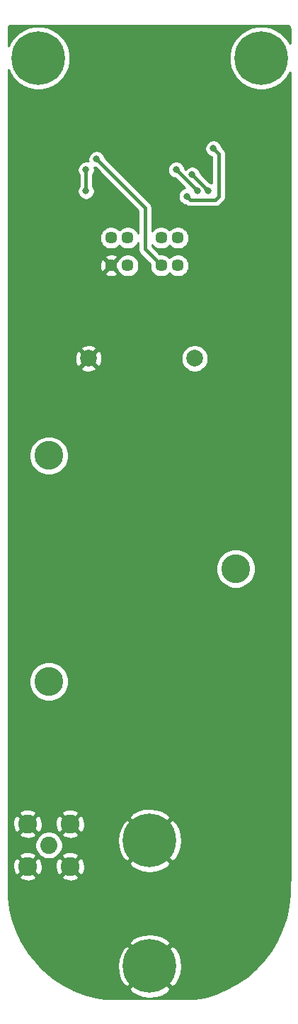
<source format=gbl>
%TF.GenerationSoftware,KiCad,Pcbnew,(5.1.10)-1*%
%TF.CreationDate,2022-05-18T17:56:24+01:00*%
%TF.ProjectId,handifinder,68616e64-6966-4696-9e64-65722e6b6963,rev?*%
%TF.SameCoordinates,Original*%
%TF.FileFunction,Copper,L2,Bot*%
%TF.FilePolarity,Positive*%
%FSLAX46Y46*%
G04 Gerber Fmt 4.6, Leading zero omitted, Abs format (unit mm)*
G04 Created by KiCad (PCBNEW (5.1.10)-1) date 2022-05-18 17:56:24*
%MOMM*%
%LPD*%
G01*
G04 APERTURE LIST*
%TA.AperFunction,WasherPad*%
%ADD10C,3.435000*%
%TD*%
%TA.AperFunction,ComponentPad*%
%ADD11C,2.000000*%
%TD*%
%TA.AperFunction,ComponentPad*%
%ADD12C,2.050000*%
%TD*%
%TA.AperFunction,ComponentPad*%
%ADD13C,2.250000*%
%TD*%
%TA.AperFunction,ComponentPad*%
%ADD14C,6.400000*%
%TD*%
%TA.AperFunction,ComponentPad*%
%ADD15C,0.800000*%
%TD*%
%TA.AperFunction,ComponentPad*%
%ADD16C,1.450000*%
%TD*%
%TA.AperFunction,ViaPad*%
%ADD17C,0.800000*%
%TD*%
%TA.AperFunction,Conductor*%
%ADD18C,0.381000*%
%TD*%
%TA.AperFunction,Conductor*%
%ADD19C,0.254000*%
%TD*%
%TA.AperFunction,Conductor*%
%ADD20C,0.100000*%
%TD*%
G04 APERTURE END LIST*
D10*
%TO.P,BT1,*%
%TO.N,*%
X157875000Y-108855000D03*
X135525000Y-122335000D03*
X135525000Y-95365000D03*
D11*
%TO.P,BT1,1*%
%TO.N,+BATT*%
X152965000Y-83765000D03*
%TO.P,BT1,2*%
%TO.N,GND*%
X140265000Y-83765000D03*
%TD*%
D12*
%TO.P,J1,1*%
%TO.N,Net-(C7-Pad2)*%
X135525000Y-141875000D03*
D13*
%TO.P,J1,2*%
%TO.N,GND*%
X138065000Y-144415000D03*
X138065000Y-139335000D03*
X132985000Y-139335000D03*
X132985000Y-144415000D03*
%TD*%
D14*
%TO.P,H1,1*%
%TO.N,/ANT1*%
X134255000Y-47895000D03*
D15*
X136655000Y-47895000D03*
X135952056Y-49592056D03*
X134255000Y-50295000D03*
X132557944Y-49592056D03*
X131855000Y-47895000D03*
X132557944Y-46197944D03*
X134255000Y-45495000D03*
X135952056Y-46197944D03*
%TD*%
%TO.P,H2,1*%
%TO.N,/ANT2*%
X162622056Y-46197944D03*
X160925000Y-45495000D03*
X159227944Y-46197944D03*
X158525000Y-47895000D03*
X159227944Y-49592056D03*
X160925000Y-50295000D03*
X162622056Y-49592056D03*
X163325000Y-47895000D03*
D14*
X160925000Y-47895000D03*
%TD*%
D16*
%TO.P,S1,8*%
%TO.N,GND*%
X142955000Y-72660000D03*
%TO.P,S1,7*%
%TO.N,Net-(S1-Pad6)*%
X144955000Y-72660000D03*
%TO.P,S1,6*%
X148955000Y-72660000D03*
%TO.P,S1,5*%
%TO.N,+BATT*%
X150955000Y-72660000D03*
%TO.P,S1,4*%
X142955000Y-69360000D03*
%TO.P,S1,3*%
%TO.N,+9V*%
X144955000Y-69360000D03*
%TO.P,S1,2*%
X148955000Y-69360000D03*
%TO.P,S1,1*%
%TO.N,+BATT*%
X150955000Y-69360000D03*
%TD*%
D15*
%TO.P,H3,1*%
%TO.N,GND*%
X145892944Y-154617944D03*
X145190000Y-156315000D03*
X145892944Y-158012056D03*
X147590000Y-158715000D03*
X149287056Y-158012056D03*
X149990000Y-156315000D03*
X149287056Y-154617944D03*
X147590000Y-153915000D03*
D14*
X147590000Y-156315000D03*
%TD*%
%TO.P,H4,1*%
%TO.N,GND*%
X147590000Y-141315000D03*
D15*
X147590000Y-138915000D03*
X149287056Y-139617944D03*
X149990000Y-141315000D03*
X149287056Y-143012056D03*
X147590000Y-143715000D03*
X145892944Y-143012056D03*
X145190000Y-141315000D03*
X145892944Y-139617944D03*
%TD*%
D17*
%TO.N,GND*%
X136825000Y-135782510D03*
X137039240Y-133776696D03*
X138207412Y-132141064D03*
X139584505Y-130652145D03*
X140746000Y-126836010D03*
X140746000Y-124805181D03*
X140746000Y-122774351D03*
X140746000Y-120743521D03*
X140746000Y-118712691D03*
X140746000Y-116681861D03*
X140746000Y-114651031D03*
X140746000Y-112620201D03*
X140746000Y-110589371D03*
X140746000Y-108558541D03*
X140746000Y-106527711D03*
X140746000Y-104496881D03*
X140746000Y-102466051D03*
X140746000Y-100435221D03*
X140746000Y-98404392D03*
X140746000Y-96373562D03*
X140746000Y-94342732D03*
X140746000Y-92311902D03*
X139117328Y-88764850D03*
X138300000Y-87024240D03*
X138300000Y-84993411D03*
X138300000Y-82962581D03*
X138300000Y-80931751D03*
X138300000Y-78900921D03*
X138617144Y-74864792D03*
X139289388Y-72951691D03*
X140307654Y-71198404D03*
X139784866Y-67831654D03*
X138439565Y-69350528D03*
X137334924Y-71052119D03*
X136500156Y-72901275D03*
X135713961Y-76870260D03*
X135700000Y-78900921D03*
X135700000Y-80931751D03*
X135700000Y-82962580D03*
X135700000Y-84993410D03*
X135700000Y-87024240D03*
X137270789Y-90595267D03*
X138146000Y-92311902D03*
X138146000Y-98404391D03*
X138146000Y-100435221D03*
X138146000Y-102466051D03*
X138146000Y-104496881D03*
X138146000Y-106527711D03*
X138146000Y-108558541D03*
X138146000Y-110589371D03*
X138146000Y-112620201D03*
X138146000Y-114651031D03*
X138146000Y-116681861D03*
X138146000Y-118712691D03*
X138146000Y-120743521D03*
X138146000Y-124805180D03*
X138146000Y-126836010D03*
X137693931Y-128789045D03*
X136360872Y-130310648D03*
X135074525Y-131873057D03*
X134225000Y-135782510D03*
X134366000Y-133604000D03*
X140462000Y-129032000D03*
X140462000Y-90170000D03*
X136144000Y-89154000D03*
X135890000Y-74930000D03*
X138430000Y-76708000D03*
X141732000Y-65786000D03*
X131064000Y-44450000D03*
X163830000Y-44450000D03*
X148082000Y-44450000D03*
X140970000Y-44450000D03*
X155194000Y-44450000D03*
X139700000Y-53594000D03*
X155194000Y-53594000D03*
X160274000Y-60960000D03*
X157480000Y-60960000D03*
X152908000Y-66802000D03*
X158750000Y-67818000D03*
X162814000Y-72136000D03*
X161544000Y-69342000D03*
X155194000Y-71628000D03*
X135128000Y-60960000D03*
X139700000Y-58166000D03*
X140716000Y-48768000D03*
X132080000Y-52324000D03*
X134874000Y-57658000D03*
X131572000Y-63500000D03*
X131826000Y-56642000D03*
X131572000Y-68326000D03*
X131318000Y-76454000D03*
X131572000Y-85344000D03*
X131572000Y-92456000D03*
X131572000Y-99568000D03*
X131318000Y-108204000D03*
X131318000Y-117856000D03*
X131318000Y-126492000D03*
X131318000Y-148336000D03*
X135128000Y-155956000D03*
X142240000Y-159512000D03*
X152908000Y-159512000D03*
X159258000Y-156464000D03*
X163830000Y-147828000D03*
X164084000Y-136906000D03*
X163830000Y-127508000D03*
X164084000Y-118364000D03*
X164084000Y-110490000D03*
X164084000Y-103124000D03*
X164084000Y-97028000D03*
X164084000Y-91186000D03*
X164084000Y-84328000D03*
X164084000Y-78232000D03*
X157734000Y-77978000D03*
X157734000Y-84328000D03*
X157988000Y-90932000D03*
X158242000Y-97028000D03*
X158242000Y-103124000D03*
X158496000Y-118110000D03*
X158750000Y-127508000D03*
X159004000Y-136652000D03*
X159258000Y-147574000D03*
X150876000Y-136652000D03*
X150876000Y-127254000D03*
X151384000Y-117856000D03*
X151384000Y-102870000D03*
X151384000Y-96774000D03*
X151638000Y-90678000D03*
X145288000Y-77724000D03*
X145796000Y-90424000D03*
X145796000Y-96774000D03*
X146050000Y-102870000D03*
X146050000Y-109982000D03*
X146304000Y-117602000D03*
X146304000Y-127254000D03*
X141986000Y-136652000D03*
X142240000Y-147828000D03*
X151638000Y-147828000D03*
X138938000Y-152400000D03*
X155702000Y-152146000D03*
X145542000Y-83820000D03*
X151130000Y-74930000D03*
X152908000Y-56134000D03*
X148082000Y-56642000D03*
%TO.N,+9V*%
X152035000Y-64405000D03*
X155210000Y-58690000D03*
%TO.N,Net-(R2-Pad2)*%
X153305000Y-63770000D03*
X150765000Y-61230000D03*
%TO.N,Net-(R3-Pad2)*%
X139970000Y-63770000D03*
X139970000Y-61230000D03*
%TO.N,Net-(S1-Pad6)*%
X141240000Y-59960000D03*
%TO.N,Net-(TP1-Pad1)*%
X152670000Y-61834500D03*
X154575000Y-63770000D03*
%TD*%
D18*
%TO.N,+9V*%
X155845000Y-59325000D02*
X155210000Y-58690000D01*
X155845000Y-64405000D02*
X155845000Y-59325000D01*
X155445001Y-64804999D02*
X155845000Y-64405000D01*
X152434999Y-64804999D02*
X155445001Y-64804999D01*
X152035000Y-64405000D02*
X152434999Y-64804999D01*
%TO.N,Net-(R2-Pad2)*%
X153305000Y-63770000D02*
X150765000Y-61230000D01*
%TO.N,Net-(R3-Pad2)*%
X139970000Y-63770000D02*
X139970000Y-61230000D01*
%TO.N,Net-(S1-Pad6)*%
X147020000Y-70725000D02*
X148955000Y-72660000D01*
X147020000Y-65740000D02*
X147020000Y-66245000D01*
X141240000Y-59960000D02*
X147020000Y-65740000D01*
X147020000Y-66245000D02*
X147020000Y-70725000D01*
%TO.N,Net-(TP1-Pad1)*%
X154272750Y-63467750D02*
X154575000Y-63770000D01*
X154272750Y-63437250D02*
X154272750Y-63467750D01*
X152670000Y-61834500D02*
X154272750Y-63437250D01*
%TD*%
D19*
%TO.N,GND*%
X164085424Y-43984580D02*
X164148356Y-44003580D01*
X164206405Y-44034445D01*
X164257343Y-44075989D01*
X164299248Y-44126644D01*
X164330515Y-44184471D01*
X164349956Y-44247272D01*
X164360000Y-44342835D01*
X164360000Y-46166485D01*
X164323533Y-46078446D01*
X163903839Y-45450330D01*
X163369670Y-44916161D01*
X162741554Y-44496467D01*
X162043628Y-44207377D01*
X161302715Y-44060000D01*
X160547285Y-44060000D01*
X159806372Y-44207377D01*
X159108446Y-44496467D01*
X158480330Y-44916161D01*
X157946161Y-45450330D01*
X157526467Y-46078446D01*
X157237377Y-46776372D01*
X157090000Y-47517285D01*
X157090000Y-48272715D01*
X157237377Y-49013628D01*
X157526467Y-49711554D01*
X157946161Y-50339670D01*
X158480330Y-50873839D01*
X159108446Y-51293533D01*
X159806372Y-51582623D01*
X160547285Y-51730000D01*
X161302715Y-51730000D01*
X162043628Y-51582623D01*
X162741554Y-51293533D01*
X163369670Y-50873839D01*
X163903839Y-50339670D01*
X164323533Y-49711554D01*
X164360000Y-49623515D01*
X164360001Y-137282572D01*
X164360000Y-137282582D01*
X164360001Y-146090992D01*
X164358956Y-146093200D01*
X164327332Y-146219303D01*
X164320918Y-146349153D01*
X164323105Y-146363926D01*
X164316907Y-147768512D01*
X164159843Y-149179261D01*
X163853751Y-150565348D01*
X163402106Y-151911050D01*
X162810020Y-153201134D01*
X162084187Y-154421012D01*
X161232841Y-155556844D01*
X160265622Y-156595775D01*
X159193472Y-157526046D01*
X158028541Y-158337117D01*
X156784017Y-159019808D01*
X155473994Y-159566384D01*
X154113310Y-159970657D01*
X152934566Y-160188000D01*
X142113565Y-160188000D01*
X141181127Y-160037814D01*
X139811635Y-159664447D01*
X138489573Y-159147667D01*
X138235875Y-159015881D01*
X145068724Y-159015881D01*
X145428912Y-159505548D01*
X146092882Y-159865849D01*
X146814385Y-160089694D01*
X147565695Y-160168480D01*
X148317938Y-160099178D01*
X149042208Y-159884452D01*
X149710670Y-159532555D01*
X149751088Y-159505548D01*
X150111276Y-159015881D01*
X147590000Y-156494605D01*
X145068724Y-159015881D01*
X138235875Y-159015881D01*
X137229918Y-158493328D01*
X136046918Y-157708833D01*
X134953985Y-156803072D01*
X134454850Y-156290695D01*
X143736520Y-156290695D01*
X143805822Y-157042938D01*
X144020548Y-157767208D01*
X144372445Y-158435670D01*
X144399452Y-158476088D01*
X144889119Y-158836276D01*
X147410395Y-156315000D01*
X147769605Y-156315000D01*
X150290881Y-158836276D01*
X150780548Y-158476088D01*
X151140849Y-157812118D01*
X151364694Y-157090615D01*
X151443480Y-156339305D01*
X151374178Y-155587062D01*
X151159452Y-154862792D01*
X150807555Y-154194330D01*
X150780548Y-154153912D01*
X150290881Y-153793724D01*
X147769605Y-156315000D01*
X147410395Y-156315000D01*
X144889119Y-153793724D01*
X144399452Y-154153912D01*
X144039151Y-154817882D01*
X143815306Y-155539385D01*
X143736520Y-156290695D01*
X134454850Y-156290695D01*
X133963487Y-155786298D01*
X133086653Y-154670038D01*
X132425559Y-153614119D01*
X145068724Y-153614119D01*
X147590000Y-156135395D01*
X150111276Y-153614119D01*
X149751088Y-153124452D01*
X149087118Y-152764151D01*
X148365615Y-152540306D01*
X147614305Y-152461520D01*
X146862062Y-152530822D01*
X146137792Y-152745548D01*
X145469330Y-153097445D01*
X145428912Y-153124452D01*
X145068724Y-153614119D01*
X132425559Y-153614119D01*
X132333391Y-153466906D01*
X131712250Y-152190553D01*
X131230254Y-150855413D01*
X130892865Y-149476618D01*
X130703326Y-148065482D01*
X130660386Y-146996378D01*
X130679054Y-146357021D01*
X130680000Y-146347419D01*
X130680000Y-146324632D01*
X130680665Y-146301857D01*
X130680000Y-146292234D01*
X130680000Y-145639531D01*
X131940074Y-145639531D01*
X132050921Y-145916714D01*
X132361840Y-146070089D01*
X132696705Y-146159860D01*
X133042650Y-146182576D01*
X133386380Y-146137366D01*
X133714685Y-146025966D01*
X133919079Y-145916714D01*
X134029926Y-145639531D01*
X137020074Y-145639531D01*
X137130921Y-145916714D01*
X137441840Y-146070089D01*
X137776705Y-146159860D01*
X138122650Y-146182576D01*
X138466380Y-146137366D01*
X138794685Y-146025966D01*
X138999079Y-145916714D01*
X139109926Y-145639531D01*
X138065000Y-144594605D01*
X137020074Y-145639531D01*
X134029926Y-145639531D01*
X132985000Y-144594605D01*
X131940074Y-145639531D01*
X130680000Y-145639531D01*
X130680000Y-144472650D01*
X131217424Y-144472650D01*
X131262634Y-144816380D01*
X131374034Y-145144685D01*
X131483286Y-145349079D01*
X131760469Y-145459926D01*
X132805395Y-144415000D01*
X133164605Y-144415000D01*
X134209531Y-145459926D01*
X134486714Y-145349079D01*
X134640089Y-145038160D01*
X134729860Y-144703295D01*
X134745004Y-144472650D01*
X136297424Y-144472650D01*
X136342634Y-144816380D01*
X136454034Y-145144685D01*
X136563286Y-145349079D01*
X136840469Y-145459926D01*
X137885395Y-144415000D01*
X138244605Y-144415000D01*
X139289531Y-145459926D01*
X139566714Y-145349079D01*
X139720089Y-145038160D01*
X139809860Y-144703295D01*
X139832576Y-144357350D01*
X139787664Y-144015881D01*
X145068724Y-144015881D01*
X145428912Y-144505548D01*
X146092882Y-144865849D01*
X146814385Y-145089694D01*
X147565695Y-145168480D01*
X148317938Y-145099178D01*
X149042208Y-144884452D01*
X149710670Y-144532555D01*
X149751088Y-144505548D01*
X150111276Y-144015881D01*
X147590000Y-141494605D01*
X145068724Y-144015881D01*
X139787664Y-144015881D01*
X139787366Y-144013620D01*
X139675966Y-143685315D01*
X139566714Y-143480921D01*
X139289531Y-143370074D01*
X138244605Y-144415000D01*
X137885395Y-144415000D01*
X136840469Y-143370074D01*
X136563286Y-143480921D01*
X136409911Y-143791840D01*
X136320140Y-144126705D01*
X136297424Y-144472650D01*
X134745004Y-144472650D01*
X134752576Y-144357350D01*
X134707366Y-144013620D01*
X134595966Y-143685315D01*
X134486714Y-143480921D01*
X134209531Y-143370074D01*
X133164605Y-144415000D01*
X132805395Y-144415000D01*
X131760469Y-143370074D01*
X131483286Y-143480921D01*
X131329911Y-143791840D01*
X131240140Y-144126705D01*
X131217424Y-144472650D01*
X130680000Y-144472650D01*
X130680000Y-143190469D01*
X131940074Y-143190469D01*
X132985000Y-144235395D01*
X134029926Y-143190469D01*
X133919079Y-142913286D01*
X133608160Y-142759911D01*
X133273295Y-142670140D01*
X132927350Y-142647424D01*
X132583620Y-142692634D01*
X132255315Y-142804034D01*
X132050921Y-142913286D01*
X131940074Y-143190469D01*
X130680000Y-143190469D01*
X130680000Y-141711504D01*
X133865000Y-141711504D01*
X133865000Y-142038496D01*
X133928793Y-142359204D01*
X134053927Y-142661305D01*
X134235594Y-142933188D01*
X134466812Y-143164406D01*
X134738695Y-143346073D01*
X135040796Y-143471207D01*
X135361504Y-143535000D01*
X135688496Y-143535000D01*
X136009204Y-143471207D01*
X136311305Y-143346073D01*
X136544182Y-143190469D01*
X137020074Y-143190469D01*
X138065000Y-144235395D01*
X139109926Y-143190469D01*
X138999079Y-142913286D01*
X138688160Y-142759911D01*
X138353295Y-142670140D01*
X138007350Y-142647424D01*
X137663620Y-142692634D01*
X137335315Y-142804034D01*
X137130921Y-142913286D01*
X137020074Y-143190469D01*
X136544182Y-143190469D01*
X136583188Y-143164406D01*
X136814406Y-142933188D01*
X136996073Y-142661305D01*
X137121207Y-142359204D01*
X137185000Y-142038496D01*
X137185000Y-141711504D01*
X137121207Y-141390796D01*
X137079744Y-141290695D01*
X143736520Y-141290695D01*
X143805822Y-142042938D01*
X144020548Y-142767208D01*
X144372445Y-143435670D01*
X144399452Y-143476088D01*
X144889119Y-143836276D01*
X147410395Y-141315000D01*
X147769605Y-141315000D01*
X150290881Y-143836276D01*
X150780548Y-143476088D01*
X151140849Y-142812118D01*
X151364694Y-142090615D01*
X151443480Y-141339305D01*
X151374178Y-140587062D01*
X151159452Y-139862792D01*
X150807555Y-139194330D01*
X150780548Y-139153912D01*
X150290881Y-138793724D01*
X147769605Y-141315000D01*
X147410395Y-141315000D01*
X144889119Y-138793724D01*
X144399452Y-139153912D01*
X144039151Y-139817882D01*
X143815306Y-140539385D01*
X143736520Y-141290695D01*
X137079744Y-141290695D01*
X136996073Y-141088695D01*
X136814406Y-140816812D01*
X136583188Y-140585594D01*
X136544183Y-140559531D01*
X137020074Y-140559531D01*
X137130921Y-140836714D01*
X137441840Y-140990089D01*
X137776705Y-141079860D01*
X138122650Y-141102576D01*
X138466380Y-141057366D01*
X138794685Y-140945966D01*
X138999079Y-140836714D01*
X139109926Y-140559531D01*
X138065000Y-139514605D01*
X137020074Y-140559531D01*
X136544183Y-140559531D01*
X136311305Y-140403927D01*
X136009204Y-140278793D01*
X135688496Y-140215000D01*
X135361504Y-140215000D01*
X135040796Y-140278793D01*
X134738695Y-140403927D01*
X134466812Y-140585594D01*
X134235594Y-140816812D01*
X134053927Y-141088695D01*
X133928793Y-141390796D01*
X133865000Y-141711504D01*
X130680000Y-141711504D01*
X130680000Y-140559531D01*
X131940074Y-140559531D01*
X132050921Y-140836714D01*
X132361840Y-140990089D01*
X132696705Y-141079860D01*
X133042650Y-141102576D01*
X133386380Y-141057366D01*
X133714685Y-140945966D01*
X133919079Y-140836714D01*
X134029926Y-140559531D01*
X132985000Y-139514605D01*
X131940074Y-140559531D01*
X130680000Y-140559531D01*
X130680000Y-139392650D01*
X131217424Y-139392650D01*
X131262634Y-139736380D01*
X131374034Y-140064685D01*
X131483286Y-140269079D01*
X131760469Y-140379926D01*
X132805395Y-139335000D01*
X133164605Y-139335000D01*
X134209531Y-140379926D01*
X134486714Y-140269079D01*
X134640089Y-139958160D01*
X134729860Y-139623295D01*
X134745004Y-139392650D01*
X136297424Y-139392650D01*
X136342634Y-139736380D01*
X136454034Y-140064685D01*
X136563286Y-140269079D01*
X136840469Y-140379926D01*
X137885395Y-139335000D01*
X138244605Y-139335000D01*
X139289531Y-140379926D01*
X139566714Y-140269079D01*
X139720089Y-139958160D01*
X139809860Y-139623295D01*
X139832576Y-139277350D01*
X139787366Y-138933620D01*
X139678954Y-138614119D01*
X145068724Y-138614119D01*
X147590000Y-141135395D01*
X150111276Y-138614119D01*
X149751088Y-138124452D01*
X149087118Y-137764151D01*
X148365615Y-137540306D01*
X147614305Y-137461520D01*
X146862062Y-137530822D01*
X146137792Y-137745548D01*
X145469330Y-138097445D01*
X145428912Y-138124452D01*
X145068724Y-138614119D01*
X139678954Y-138614119D01*
X139675966Y-138605315D01*
X139566714Y-138400921D01*
X139289531Y-138290074D01*
X138244605Y-139335000D01*
X137885395Y-139335000D01*
X136840469Y-138290074D01*
X136563286Y-138400921D01*
X136409911Y-138711840D01*
X136320140Y-139046705D01*
X136297424Y-139392650D01*
X134745004Y-139392650D01*
X134752576Y-139277350D01*
X134707366Y-138933620D01*
X134595966Y-138605315D01*
X134486714Y-138400921D01*
X134209531Y-138290074D01*
X133164605Y-139335000D01*
X132805395Y-139335000D01*
X131760469Y-138290074D01*
X131483286Y-138400921D01*
X131329911Y-138711840D01*
X131240140Y-139046705D01*
X131217424Y-139392650D01*
X130680000Y-139392650D01*
X130680000Y-138110469D01*
X131940074Y-138110469D01*
X132985000Y-139155395D01*
X134029926Y-138110469D01*
X137020074Y-138110469D01*
X138065000Y-139155395D01*
X139109926Y-138110469D01*
X138999079Y-137833286D01*
X138688160Y-137679911D01*
X138353295Y-137590140D01*
X138007350Y-137567424D01*
X137663620Y-137612634D01*
X137335315Y-137724034D01*
X137130921Y-137833286D01*
X137020074Y-138110469D01*
X134029926Y-138110469D01*
X133919079Y-137833286D01*
X133608160Y-137679911D01*
X133273295Y-137590140D01*
X132927350Y-137567424D01*
X132583620Y-137612634D01*
X132255315Y-137724034D01*
X132050921Y-137833286D01*
X131940074Y-138110469D01*
X130680000Y-138110469D01*
X130680000Y-122103299D01*
X133172500Y-122103299D01*
X133172500Y-122566701D01*
X133262905Y-123021199D01*
X133440241Y-123449327D01*
X133697694Y-123834631D01*
X134025369Y-124162306D01*
X134410673Y-124419759D01*
X134838801Y-124597095D01*
X135293299Y-124687500D01*
X135756701Y-124687500D01*
X136211199Y-124597095D01*
X136639327Y-124419759D01*
X137024631Y-124162306D01*
X137352306Y-123834631D01*
X137609759Y-123449327D01*
X137787095Y-123021199D01*
X137877500Y-122566701D01*
X137877500Y-122103299D01*
X137787095Y-121648801D01*
X137609759Y-121220673D01*
X137352306Y-120835369D01*
X137024631Y-120507694D01*
X136639327Y-120250241D01*
X136211199Y-120072905D01*
X135756701Y-119982500D01*
X135293299Y-119982500D01*
X134838801Y-120072905D01*
X134410673Y-120250241D01*
X134025369Y-120507694D01*
X133697694Y-120835369D01*
X133440241Y-121220673D01*
X133262905Y-121648801D01*
X133172500Y-122103299D01*
X130680000Y-122103299D01*
X130680000Y-108623299D01*
X155522500Y-108623299D01*
X155522500Y-109086701D01*
X155612905Y-109541199D01*
X155790241Y-109969327D01*
X156047694Y-110354631D01*
X156375369Y-110682306D01*
X156760673Y-110939759D01*
X157188801Y-111117095D01*
X157643299Y-111207500D01*
X158106701Y-111207500D01*
X158561199Y-111117095D01*
X158989327Y-110939759D01*
X159374631Y-110682306D01*
X159702306Y-110354631D01*
X159959759Y-109969327D01*
X160137095Y-109541199D01*
X160227500Y-109086701D01*
X160227500Y-108623299D01*
X160137095Y-108168801D01*
X159959759Y-107740673D01*
X159702306Y-107355369D01*
X159374631Y-107027694D01*
X158989327Y-106770241D01*
X158561199Y-106592905D01*
X158106701Y-106502500D01*
X157643299Y-106502500D01*
X157188801Y-106592905D01*
X156760673Y-106770241D01*
X156375369Y-107027694D01*
X156047694Y-107355369D01*
X155790241Y-107740673D01*
X155612905Y-108168801D01*
X155522500Y-108623299D01*
X130680000Y-108623299D01*
X130680000Y-95133299D01*
X133172500Y-95133299D01*
X133172500Y-95596701D01*
X133262905Y-96051199D01*
X133440241Y-96479327D01*
X133697694Y-96864631D01*
X134025369Y-97192306D01*
X134410673Y-97449759D01*
X134838801Y-97627095D01*
X135293299Y-97717500D01*
X135756701Y-97717500D01*
X136211199Y-97627095D01*
X136639327Y-97449759D01*
X137024631Y-97192306D01*
X137352306Y-96864631D01*
X137609759Y-96479327D01*
X137787095Y-96051199D01*
X137877500Y-95596701D01*
X137877500Y-95133299D01*
X137787095Y-94678801D01*
X137609759Y-94250673D01*
X137352306Y-93865369D01*
X137024631Y-93537694D01*
X136639327Y-93280241D01*
X136211199Y-93102905D01*
X135756701Y-93012500D01*
X135293299Y-93012500D01*
X134838801Y-93102905D01*
X134410673Y-93280241D01*
X134025369Y-93537694D01*
X133697694Y-93865369D01*
X133440241Y-94250673D01*
X133262905Y-94678801D01*
X133172500Y-95133299D01*
X130680000Y-95133299D01*
X130680000Y-84900413D01*
X139309192Y-84900413D01*
X139404956Y-85164814D01*
X139694571Y-85305704D01*
X140006108Y-85387384D01*
X140327595Y-85406718D01*
X140646675Y-85362961D01*
X140951088Y-85257795D01*
X141125044Y-85164814D01*
X141220808Y-84900413D01*
X140265000Y-83944605D01*
X139309192Y-84900413D01*
X130680000Y-84900413D01*
X130680000Y-83827595D01*
X138623282Y-83827595D01*
X138667039Y-84146675D01*
X138772205Y-84451088D01*
X138865186Y-84625044D01*
X139129587Y-84720808D01*
X140085395Y-83765000D01*
X140444605Y-83765000D01*
X141400413Y-84720808D01*
X141664814Y-84625044D01*
X141805704Y-84335429D01*
X141887384Y-84023892D01*
X141906718Y-83702405D01*
X141893219Y-83603967D01*
X151330000Y-83603967D01*
X151330000Y-83926033D01*
X151392832Y-84241912D01*
X151516082Y-84539463D01*
X151695013Y-84807252D01*
X151922748Y-85034987D01*
X152190537Y-85213918D01*
X152488088Y-85337168D01*
X152803967Y-85400000D01*
X153126033Y-85400000D01*
X153441912Y-85337168D01*
X153739463Y-85213918D01*
X154007252Y-85034987D01*
X154234987Y-84807252D01*
X154413918Y-84539463D01*
X154537168Y-84241912D01*
X154600000Y-83926033D01*
X154600000Y-83603967D01*
X154537168Y-83288088D01*
X154413918Y-82990537D01*
X154234987Y-82722748D01*
X154007252Y-82495013D01*
X153739463Y-82316082D01*
X153441912Y-82192832D01*
X153126033Y-82130000D01*
X152803967Y-82130000D01*
X152488088Y-82192832D01*
X152190537Y-82316082D01*
X151922748Y-82495013D01*
X151695013Y-82722748D01*
X151516082Y-82990537D01*
X151392832Y-83288088D01*
X151330000Y-83603967D01*
X141893219Y-83603967D01*
X141862961Y-83383325D01*
X141757795Y-83078912D01*
X141664814Y-82904956D01*
X141400413Y-82809192D01*
X140444605Y-83765000D01*
X140085395Y-83765000D01*
X139129587Y-82809192D01*
X138865186Y-82904956D01*
X138724296Y-83194571D01*
X138642616Y-83506108D01*
X138623282Y-83827595D01*
X130680000Y-83827595D01*
X130680000Y-82629587D01*
X139309192Y-82629587D01*
X140265000Y-83585395D01*
X141220808Y-82629587D01*
X141125044Y-82365186D01*
X140835429Y-82224296D01*
X140523892Y-82142616D01*
X140202405Y-82123282D01*
X139883325Y-82167039D01*
X139578912Y-82272205D01*
X139404956Y-82365186D01*
X139309192Y-82629587D01*
X130680000Y-82629587D01*
X130680000Y-73599133D01*
X142195472Y-73599133D01*
X142257965Y-73835450D01*
X142500678Y-73948850D01*
X142760849Y-74012719D01*
X143028482Y-74024604D01*
X143293291Y-73984048D01*
X143545100Y-73892609D01*
X143652035Y-73835450D01*
X143714528Y-73599133D01*
X142955000Y-72839605D01*
X142195472Y-73599133D01*
X130680000Y-73599133D01*
X130680000Y-72733482D01*
X141590396Y-72733482D01*
X141630952Y-72998291D01*
X141722391Y-73250100D01*
X141779550Y-73357035D01*
X142015867Y-73419528D01*
X142775395Y-72660000D01*
X143134605Y-72660000D01*
X143729262Y-73254657D01*
X143749784Y-73304201D01*
X143898619Y-73526949D01*
X144088051Y-73716381D01*
X144310799Y-73865216D01*
X144558303Y-73967736D01*
X144821052Y-74020000D01*
X145088948Y-74020000D01*
X145351697Y-73967736D01*
X145599201Y-73865216D01*
X145821949Y-73716381D01*
X146011381Y-73526949D01*
X146160216Y-73304201D01*
X146262736Y-73056697D01*
X146315000Y-72793948D01*
X146315000Y-72526052D01*
X146262736Y-72263303D01*
X146160216Y-72015799D01*
X146011381Y-71793051D01*
X145821949Y-71603619D01*
X145599201Y-71454784D01*
X145351697Y-71352264D01*
X145088948Y-71300000D01*
X144821052Y-71300000D01*
X144558303Y-71352264D01*
X144310799Y-71454784D01*
X144088051Y-71603619D01*
X143898619Y-71793051D01*
X143749784Y-72015799D01*
X143729262Y-72065343D01*
X143134605Y-72660000D01*
X142775395Y-72660000D01*
X142015867Y-71900472D01*
X141779550Y-71962965D01*
X141666150Y-72205678D01*
X141602281Y-72465849D01*
X141590396Y-72733482D01*
X130680000Y-72733482D01*
X130680000Y-71720867D01*
X142195472Y-71720867D01*
X142955000Y-72480395D01*
X143714528Y-71720867D01*
X143652035Y-71484550D01*
X143409322Y-71371150D01*
X143149151Y-71307281D01*
X142881518Y-71295396D01*
X142616709Y-71335952D01*
X142364900Y-71427391D01*
X142257965Y-71484550D01*
X142195472Y-71720867D01*
X130680000Y-71720867D01*
X130680000Y-61128061D01*
X138935000Y-61128061D01*
X138935000Y-61331939D01*
X138974774Y-61531898D01*
X139052795Y-61720256D01*
X139144501Y-61857504D01*
X139144500Y-63142497D01*
X139052795Y-63279744D01*
X138974774Y-63468102D01*
X138935000Y-63668061D01*
X138935000Y-63871939D01*
X138974774Y-64071898D01*
X139052795Y-64260256D01*
X139166063Y-64429774D01*
X139310226Y-64573937D01*
X139479744Y-64687205D01*
X139668102Y-64765226D01*
X139868061Y-64805000D01*
X140071939Y-64805000D01*
X140271898Y-64765226D01*
X140460256Y-64687205D01*
X140629774Y-64573937D01*
X140773937Y-64429774D01*
X140887205Y-64260256D01*
X140965226Y-64071898D01*
X141005000Y-63871939D01*
X141005000Y-63668061D01*
X140965226Y-63468102D01*
X140887205Y-63279744D01*
X140795500Y-63142497D01*
X140795500Y-61857503D01*
X140887205Y-61720256D01*
X140965226Y-61531898D01*
X141005000Y-61331939D01*
X141005000Y-61128061D01*
X140971961Y-60961961D01*
X141099996Y-60987429D01*
X146194500Y-66081933D01*
X146194500Y-66204448D01*
X146194501Y-68798569D01*
X146160216Y-68715799D01*
X146011381Y-68493051D01*
X145821949Y-68303619D01*
X145599201Y-68154784D01*
X145351697Y-68052264D01*
X145088948Y-68000000D01*
X144821052Y-68000000D01*
X144558303Y-68052264D01*
X144310799Y-68154784D01*
X144088051Y-68303619D01*
X143955000Y-68436670D01*
X143821949Y-68303619D01*
X143599201Y-68154784D01*
X143351697Y-68052264D01*
X143088948Y-68000000D01*
X142821052Y-68000000D01*
X142558303Y-68052264D01*
X142310799Y-68154784D01*
X142088051Y-68303619D01*
X141898619Y-68493051D01*
X141749784Y-68715799D01*
X141647264Y-68963303D01*
X141595000Y-69226052D01*
X141595000Y-69493948D01*
X141647264Y-69756697D01*
X141749784Y-70004201D01*
X141898619Y-70226949D01*
X142088051Y-70416381D01*
X142310799Y-70565216D01*
X142558303Y-70667736D01*
X142821052Y-70720000D01*
X143088948Y-70720000D01*
X143351697Y-70667736D01*
X143599201Y-70565216D01*
X143821949Y-70416381D01*
X143955000Y-70283330D01*
X144088051Y-70416381D01*
X144310799Y-70565216D01*
X144558303Y-70667736D01*
X144821052Y-70720000D01*
X145088948Y-70720000D01*
X145351697Y-70667736D01*
X145599201Y-70565216D01*
X145821949Y-70416381D01*
X146011381Y-70226949D01*
X146160216Y-70004201D01*
X146194501Y-69921431D01*
X146194501Y-70684440D01*
X146190506Y-70725000D01*
X146206445Y-70886826D01*
X146253647Y-71042433D01*
X146330301Y-71185842D01*
X146391863Y-71260854D01*
X146433460Y-71311541D01*
X146464961Y-71337393D01*
X147604726Y-72477158D01*
X147595000Y-72526052D01*
X147595000Y-72793948D01*
X147647264Y-73056697D01*
X147749784Y-73304201D01*
X147898619Y-73526949D01*
X148088051Y-73716381D01*
X148310799Y-73865216D01*
X148558303Y-73967736D01*
X148821052Y-74020000D01*
X149088948Y-74020000D01*
X149351697Y-73967736D01*
X149599201Y-73865216D01*
X149821949Y-73716381D01*
X149955000Y-73583330D01*
X150088051Y-73716381D01*
X150310799Y-73865216D01*
X150558303Y-73967736D01*
X150821052Y-74020000D01*
X151088948Y-74020000D01*
X151351697Y-73967736D01*
X151599201Y-73865216D01*
X151821949Y-73716381D01*
X152011381Y-73526949D01*
X152160216Y-73304201D01*
X152262736Y-73056697D01*
X152315000Y-72793948D01*
X152315000Y-72526052D01*
X152262736Y-72263303D01*
X152160216Y-72015799D01*
X152011381Y-71793051D01*
X151821949Y-71603619D01*
X151599201Y-71454784D01*
X151351697Y-71352264D01*
X151088948Y-71300000D01*
X150821052Y-71300000D01*
X150558303Y-71352264D01*
X150310799Y-71454784D01*
X150088051Y-71603619D01*
X149955000Y-71736670D01*
X149821949Y-71603619D01*
X149599201Y-71454784D01*
X149351697Y-71352264D01*
X149088948Y-71300000D01*
X148821052Y-71300000D01*
X148772158Y-71309726D01*
X147845500Y-70383068D01*
X147845500Y-70147451D01*
X147898619Y-70226949D01*
X148088051Y-70416381D01*
X148310799Y-70565216D01*
X148558303Y-70667736D01*
X148821052Y-70720000D01*
X149088948Y-70720000D01*
X149351697Y-70667736D01*
X149599201Y-70565216D01*
X149821949Y-70416381D01*
X149955000Y-70283330D01*
X150088051Y-70416381D01*
X150310799Y-70565216D01*
X150558303Y-70667736D01*
X150821052Y-70720000D01*
X151088948Y-70720000D01*
X151351697Y-70667736D01*
X151599201Y-70565216D01*
X151821949Y-70416381D01*
X152011381Y-70226949D01*
X152160216Y-70004201D01*
X152262736Y-69756697D01*
X152315000Y-69493948D01*
X152315000Y-69226052D01*
X152262736Y-68963303D01*
X152160216Y-68715799D01*
X152011381Y-68493051D01*
X151821949Y-68303619D01*
X151599201Y-68154784D01*
X151351697Y-68052264D01*
X151088948Y-68000000D01*
X150821052Y-68000000D01*
X150558303Y-68052264D01*
X150310799Y-68154784D01*
X150088051Y-68303619D01*
X149955000Y-68436670D01*
X149821949Y-68303619D01*
X149599201Y-68154784D01*
X149351697Y-68052264D01*
X149088948Y-68000000D01*
X148821052Y-68000000D01*
X148558303Y-68052264D01*
X148310799Y-68154784D01*
X148088051Y-68303619D01*
X147898619Y-68493051D01*
X147845500Y-68572549D01*
X147845500Y-65780542D01*
X147849493Y-65739999D01*
X147845500Y-65699456D01*
X147845500Y-65699447D01*
X147833556Y-65578174D01*
X147786353Y-65422566D01*
X147709699Y-65279158D01*
X147606541Y-65153459D01*
X147575041Y-65127608D01*
X143575494Y-61128061D01*
X149730000Y-61128061D01*
X149730000Y-61331939D01*
X149769774Y-61531898D01*
X149847795Y-61720256D01*
X149961063Y-61889774D01*
X150105226Y-62033937D01*
X150274744Y-62147205D01*
X150463102Y-62225226D01*
X150624996Y-62257429D01*
X151770002Y-63402434D01*
X151733102Y-63409774D01*
X151544744Y-63487795D01*
X151375226Y-63601063D01*
X151231063Y-63745226D01*
X151117795Y-63914744D01*
X151039774Y-64103102D01*
X151000000Y-64303061D01*
X151000000Y-64506939D01*
X151039774Y-64706898D01*
X151117795Y-64895256D01*
X151231063Y-65064774D01*
X151375226Y-65208937D01*
X151544744Y-65322205D01*
X151733102Y-65400226D01*
X151899332Y-65433291D01*
X151974157Y-65494698D01*
X152117565Y-65571352D01*
X152273173Y-65618555D01*
X152394446Y-65630499D01*
X152394448Y-65630499D01*
X152434998Y-65634493D01*
X152475549Y-65630499D01*
X155404451Y-65630499D01*
X155445001Y-65634493D01*
X155485551Y-65630499D01*
X155485554Y-65630499D01*
X155606827Y-65618555D01*
X155762435Y-65571352D01*
X155905843Y-65494698D01*
X156031542Y-65391540D01*
X156057399Y-65360033D01*
X156400035Y-65017397D01*
X156431541Y-64991541D01*
X156534699Y-64865842D01*
X156611353Y-64722434D01*
X156658556Y-64566826D01*
X156670500Y-64445553D01*
X156670500Y-64445551D01*
X156674494Y-64405001D01*
X156670500Y-64364450D01*
X156670500Y-59365550D01*
X156674494Y-59325000D01*
X156670500Y-59284447D01*
X156658556Y-59163174D01*
X156611353Y-59007566D01*
X156567220Y-58925000D01*
X156534699Y-58864157D01*
X156457392Y-58769958D01*
X156457389Y-58769955D01*
X156431541Y-58738459D01*
X156400044Y-58712610D01*
X156237428Y-58549995D01*
X156205226Y-58388102D01*
X156127205Y-58199744D01*
X156013937Y-58030226D01*
X155869774Y-57886063D01*
X155700256Y-57772795D01*
X155511898Y-57694774D01*
X155311939Y-57655000D01*
X155108061Y-57655000D01*
X154908102Y-57694774D01*
X154719744Y-57772795D01*
X154550226Y-57886063D01*
X154406063Y-58030226D01*
X154292795Y-58199744D01*
X154214774Y-58388102D01*
X154175000Y-58588061D01*
X154175000Y-58791939D01*
X154214774Y-58991898D01*
X154292795Y-59180256D01*
X154406063Y-59349774D01*
X154550226Y-59493937D01*
X154719744Y-59607205D01*
X154908102Y-59685226D01*
X155019501Y-59707384D01*
X155019500Y-62833842D01*
X154876898Y-62774774D01*
X154753079Y-62750145D01*
X153697428Y-61694496D01*
X153665226Y-61532602D01*
X153587205Y-61344244D01*
X153473937Y-61174726D01*
X153329774Y-61030563D01*
X153160256Y-60917295D01*
X152971898Y-60839274D01*
X152771939Y-60799500D01*
X152568061Y-60799500D01*
X152368102Y-60839274D01*
X152179744Y-60917295D01*
X152010226Y-61030563D01*
X151871611Y-61169178D01*
X151792429Y-61089996D01*
X151760226Y-60928102D01*
X151682205Y-60739744D01*
X151568937Y-60570226D01*
X151424774Y-60426063D01*
X151255256Y-60312795D01*
X151066898Y-60234774D01*
X150866939Y-60195000D01*
X150663061Y-60195000D01*
X150463102Y-60234774D01*
X150274744Y-60312795D01*
X150105226Y-60426063D01*
X149961063Y-60570226D01*
X149847795Y-60739744D01*
X149769774Y-60928102D01*
X149730000Y-61128061D01*
X143575494Y-61128061D01*
X142267429Y-59819996D01*
X142235226Y-59658102D01*
X142157205Y-59469744D01*
X142043937Y-59300226D01*
X141899774Y-59156063D01*
X141730256Y-59042795D01*
X141541898Y-58964774D01*
X141341939Y-58925000D01*
X141138061Y-58925000D01*
X140938102Y-58964774D01*
X140749744Y-59042795D01*
X140580226Y-59156063D01*
X140436063Y-59300226D01*
X140322795Y-59469744D01*
X140244774Y-59658102D01*
X140205000Y-59858061D01*
X140205000Y-60061939D01*
X140238039Y-60228039D01*
X140071939Y-60195000D01*
X139868061Y-60195000D01*
X139668102Y-60234774D01*
X139479744Y-60312795D01*
X139310226Y-60426063D01*
X139166063Y-60570226D01*
X139052795Y-60739744D01*
X138974774Y-60928102D01*
X138935000Y-61128061D01*
X130680000Y-61128061D01*
X130680000Y-49285524D01*
X130856467Y-49711554D01*
X131276161Y-50339670D01*
X131810330Y-50873839D01*
X132438446Y-51293533D01*
X133136372Y-51582623D01*
X133877285Y-51730000D01*
X134632715Y-51730000D01*
X135373628Y-51582623D01*
X136071554Y-51293533D01*
X136699670Y-50873839D01*
X137233839Y-50339670D01*
X137653533Y-49711554D01*
X137942623Y-49013628D01*
X138090000Y-48272715D01*
X138090000Y-47517285D01*
X137942623Y-46776372D01*
X137653533Y-46078446D01*
X137233839Y-45450330D01*
X136699670Y-44916161D01*
X136071554Y-44496467D01*
X135373628Y-44207377D01*
X134632715Y-44060000D01*
X133877285Y-44060000D01*
X133136372Y-44207377D01*
X132438446Y-44496467D01*
X131810330Y-44916161D01*
X131276161Y-45450330D01*
X130856467Y-46078446D01*
X130680000Y-46504476D01*
X130680000Y-44347279D01*
X130689580Y-44249576D01*
X130708580Y-44186644D01*
X130739445Y-44128595D01*
X130780989Y-44077657D01*
X130831644Y-44035752D01*
X130889471Y-44004485D01*
X130952272Y-43985044D01*
X131047835Y-43975000D01*
X163987721Y-43975000D01*
X164085424Y-43984580D01*
%TA.AperFunction,Conductor*%
D20*
G36*
X164085424Y-43984580D02*
G01*
X164148356Y-44003580D01*
X164206405Y-44034445D01*
X164257343Y-44075989D01*
X164299248Y-44126644D01*
X164330515Y-44184471D01*
X164349956Y-44247272D01*
X164360000Y-44342835D01*
X164360000Y-46166485D01*
X164323533Y-46078446D01*
X163903839Y-45450330D01*
X163369670Y-44916161D01*
X162741554Y-44496467D01*
X162043628Y-44207377D01*
X161302715Y-44060000D01*
X160547285Y-44060000D01*
X159806372Y-44207377D01*
X159108446Y-44496467D01*
X158480330Y-44916161D01*
X157946161Y-45450330D01*
X157526467Y-46078446D01*
X157237377Y-46776372D01*
X157090000Y-47517285D01*
X157090000Y-48272715D01*
X157237377Y-49013628D01*
X157526467Y-49711554D01*
X157946161Y-50339670D01*
X158480330Y-50873839D01*
X159108446Y-51293533D01*
X159806372Y-51582623D01*
X160547285Y-51730000D01*
X161302715Y-51730000D01*
X162043628Y-51582623D01*
X162741554Y-51293533D01*
X163369670Y-50873839D01*
X163903839Y-50339670D01*
X164323533Y-49711554D01*
X164360000Y-49623515D01*
X164360001Y-137282572D01*
X164360000Y-137282582D01*
X164360001Y-146090992D01*
X164358956Y-146093200D01*
X164327332Y-146219303D01*
X164320918Y-146349153D01*
X164323105Y-146363926D01*
X164316907Y-147768512D01*
X164159843Y-149179261D01*
X163853751Y-150565348D01*
X163402106Y-151911050D01*
X162810020Y-153201134D01*
X162084187Y-154421012D01*
X161232841Y-155556844D01*
X160265622Y-156595775D01*
X159193472Y-157526046D01*
X158028541Y-158337117D01*
X156784017Y-159019808D01*
X155473994Y-159566384D01*
X154113310Y-159970657D01*
X152934566Y-160188000D01*
X142113565Y-160188000D01*
X141181127Y-160037814D01*
X139811635Y-159664447D01*
X138489573Y-159147667D01*
X138235875Y-159015881D01*
X145068724Y-159015881D01*
X145428912Y-159505548D01*
X146092882Y-159865849D01*
X146814385Y-160089694D01*
X147565695Y-160168480D01*
X148317938Y-160099178D01*
X149042208Y-159884452D01*
X149710670Y-159532555D01*
X149751088Y-159505548D01*
X150111276Y-159015881D01*
X147590000Y-156494605D01*
X145068724Y-159015881D01*
X138235875Y-159015881D01*
X137229918Y-158493328D01*
X136046918Y-157708833D01*
X134953985Y-156803072D01*
X134454850Y-156290695D01*
X143736520Y-156290695D01*
X143805822Y-157042938D01*
X144020548Y-157767208D01*
X144372445Y-158435670D01*
X144399452Y-158476088D01*
X144889119Y-158836276D01*
X147410395Y-156315000D01*
X147769605Y-156315000D01*
X150290881Y-158836276D01*
X150780548Y-158476088D01*
X151140849Y-157812118D01*
X151364694Y-157090615D01*
X151443480Y-156339305D01*
X151374178Y-155587062D01*
X151159452Y-154862792D01*
X150807555Y-154194330D01*
X150780548Y-154153912D01*
X150290881Y-153793724D01*
X147769605Y-156315000D01*
X147410395Y-156315000D01*
X144889119Y-153793724D01*
X144399452Y-154153912D01*
X144039151Y-154817882D01*
X143815306Y-155539385D01*
X143736520Y-156290695D01*
X134454850Y-156290695D01*
X133963487Y-155786298D01*
X133086653Y-154670038D01*
X132425559Y-153614119D01*
X145068724Y-153614119D01*
X147590000Y-156135395D01*
X150111276Y-153614119D01*
X149751088Y-153124452D01*
X149087118Y-152764151D01*
X148365615Y-152540306D01*
X147614305Y-152461520D01*
X146862062Y-152530822D01*
X146137792Y-152745548D01*
X145469330Y-153097445D01*
X145428912Y-153124452D01*
X145068724Y-153614119D01*
X132425559Y-153614119D01*
X132333391Y-153466906D01*
X131712250Y-152190553D01*
X131230254Y-150855413D01*
X130892865Y-149476618D01*
X130703326Y-148065482D01*
X130660386Y-146996378D01*
X130679054Y-146357021D01*
X130680000Y-146347419D01*
X130680000Y-146324632D01*
X130680665Y-146301857D01*
X130680000Y-146292234D01*
X130680000Y-145639531D01*
X131940074Y-145639531D01*
X132050921Y-145916714D01*
X132361840Y-146070089D01*
X132696705Y-146159860D01*
X133042650Y-146182576D01*
X133386380Y-146137366D01*
X133714685Y-146025966D01*
X133919079Y-145916714D01*
X134029926Y-145639531D01*
X137020074Y-145639531D01*
X137130921Y-145916714D01*
X137441840Y-146070089D01*
X137776705Y-146159860D01*
X138122650Y-146182576D01*
X138466380Y-146137366D01*
X138794685Y-146025966D01*
X138999079Y-145916714D01*
X139109926Y-145639531D01*
X138065000Y-144594605D01*
X137020074Y-145639531D01*
X134029926Y-145639531D01*
X132985000Y-144594605D01*
X131940074Y-145639531D01*
X130680000Y-145639531D01*
X130680000Y-144472650D01*
X131217424Y-144472650D01*
X131262634Y-144816380D01*
X131374034Y-145144685D01*
X131483286Y-145349079D01*
X131760469Y-145459926D01*
X132805395Y-144415000D01*
X133164605Y-144415000D01*
X134209531Y-145459926D01*
X134486714Y-145349079D01*
X134640089Y-145038160D01*
X134729860Y-144703295D01*
X134745004Y-144472650D01*
X136297424Y-144472650D01*
X136342634Y-144816380D01*
X136454034Y-145144685D01*
X136563286Y-145349079D01*
X136840469Y-145459926D01*
X137885395Y-144415000D01*
X138244605Y-144415000D01*
X139289531Y-145459926D01*
X139566714Y-145349079D01*
X139720089Y-145038160D01*
X139809860Y-144703295D01*
X139832576Y-144357350D01*
X139787664Y-144015881D01*
X145068724Y-144015881D01*
X145428912Y-144505548D01*
X146092882Y-144865849D01*
X146814385Y-145089694D01*
X147565695Y-145168480D01*
X148317938Y-145099178D01*
X149042208Y-144884452D01*
X149710670Y-144532555D01*
X149751088Y-144505548D01*
X150111276Y-144015881D01*
X147590000Y-141494605D01*
X145068724Y-144015881D01*
X139787664Y-144015881D01*
X139787366Y-144013620D01*
X139675966Y-143685315D01*
X139566714Y-143480921D01*
X139289531Y-143370074D01*
X138244605Y-144415000D01*
X137885395Y-144415000D01*
X136840469Y-143370074D01*
X136563286Y-143480921D01*
X136409911Y-143791840D01*
X136320140Y-144126705D01*
X136297424Y-144472650D01*
X134745004Y-144472650D01*
X134752576Y-144357350D01*
X134707366Y-144013620D01*
X134595966Y-143685315D01*
X134486714Y-143480921D01*
X134209531Y-143370074D01*
X133164605Y-144415000D01*
X132805395Y-144415000D01*
X131760469Y-143370074D01*
X131483286Y-143480921D01*
X131329911Y-143791840D01*
X131240140Y-144126705D01*
X131217424Y-144472650D01*
X130680000Y-144472650D01*
X130680000Y-143190469D01*
X131940074Y-143190469D01*
X132985000Y-144235395D01*
X134029926Y-143190469D01*
X133919079Y-142913286D01*
X133608160Y-142759911D01*
X133273295Y-142670140D01*
X132927350Y-142647424D01*
X132583620Y-142692634D01*
X132255315Y-142804034D01*
X132050921Y-142913286D01*
X131940074Y-143190469D01*
X130680000Y-143190469D01*
X130680000Y-141711504D01*
X133865000Y-141711504D01*
X133865000Y-142038496D01*
X133928793Y-142359204D01*
X134053927Y-142661305D01*
X134235594Y-142933188D01*
X134466812Y-143164406D01*
X134738695Y-143346073D01*
X135040796Y-143471207D01*
X135361504Y-143535000D01*
X135688496Y-143535000D01*
X136009204Y-143471207D01*
X136311305Y-143346073D01*
X136544182Y-143190469D01*
X137020074Y-143190469D01*
X138065000Y-144235395D01*
X139109926Y-143190469D01*
X138999079Y-142913286D01*
X138688160Y-142759911D01*
X138353295Y-142670140D01*
X138007350Y-142647424D01*
X137663620Y-142692634D01*
X137335315Y-142804034D01*
X137130921Y-142913286D01*
X137020074Y-143190469D01*
X136544182Y-143190469D01*
X136583188Y-143164406D01*
X136814406Y-142933188D01*
X136996073Y-142661305D01*
X137121207Y-142359204D01*
X137185000Y-142038496D01*
X137185000Y-141711504D01*
X137121207Y-141390796D01*
X137079744Y-141290695D01*
X143736520Y-141290695D01*
X143805822Y-142042938D01*
X144020548Y-142767208D01*
X144372445Y-143435670D01*
X144399452Y-143476088D01*
X144889119Y-143836276D01*
X147410395Y-141315000D01*
X147769605Y-141315000D01*
X150290881Y-143836276D01*
X150780548Y-143476088D01*
X151140849Y-142812118D01*
X151364694Y-142090615D01*
X151443480Y-141339305D01*
X151374178Y-140587062D01*
X151159452Y-139862792D01*
X150807555Y-139194330D01*
X150780548Y-139153912D01*
X150290881Y-138793724D01*
X147769605Y-141315000D01*
X147410395Y-141315000D01*
X144889119Y-138793724D01*
X144399452Y-139153912D01*
X144039151Y-139817882D01*
X143815306Y-140539385D01*
X143736520Y-141290695D01*
X137079744Y-141290695D01*
X136996073Y-141088695D01*
X136814406Y-140816812D01*
X136583188Y-140585594D01*
X136544183Y-140559531D01*
X137020074Y-140559531D01*
X137130921Y-140836714D01*
X137441840Y-140990089D01*
X137776705Y-141079860D01*
X138122650Y-141102576D01*
X138466380Y-141057366D01*
X138794685Y-140945966D01*
X138999079Y-140836714D01*
X139109926Y-140559531D01*
X138065000Y-139514605D01*
X137020074Y-140559531D01*
X136544183Y-140559531D01*
X136311305Y-140403927D01*
X136009204Y-140278793D01*
X135688496Y-140215000D01*
X135361504Y-140215000D01*
X135040796Y-140278793D01*
X134738695Y-140403927D01*
X134466812Y-140585594D01*
X134235594Y-140816812D01*
X134053927Y-141088695D01*
X133928793Y-141390796D01*
X133865000Y-141711504D01*
X130680000Y-141711504D01*
X130680000Y-140559531D01*
X131940074Y-140559531D01*
X132050921Y-140836714D01*
X132361840Y-140990089D01*
X132696705Y-141079860D01*
X133042650Y-141102576D01*
X133386380Y-141057366D01*
X133714685Y-140945966D01*
X133919079Y-140836714D01*
X134029926Y-140559531D01*
X132985000Y-139514605D01*
X131940074Y-140559531D01*
X130680000Y-140559531D01*
X130680000Y-139392650D01*
X131217424Y-139392650D01*
X131262634Y-139736380D01*
X131374034Y-140064685D01*
X131483286Y-140269079D01*
X131760469Y-140379926D01*
X132805395Y-139335000D01*
X133164605Y-139335000D01*
X134209531Y-140379926D01*
X134486714Y-140269079D01*
X134640089Y-139958160D01*
X134729860Y-139623295D01*
X134745004Y-139392650D01*
X136297424Y-139392650D01*
X136342634Y-139736380D01*
X136454034Y-140064685D01*
X136563286Y-140269079D01*
X136840469Y-140379926D01*
X137885395Y-139335000D01*
X138244605Y-139335000D01*
X139289531Y-140379926D01*
X139566714Y-140269079D01*
X139720089Y-139958160D01*
X139809860Y-139623295D01*
X139832576Y-139277350D01*
X139787366Y-138933620D01*
X139678954Y-138614119D01*
X145068724Y-138614119D01*
X147590000Y-141135395D01*
X150111276Y-138614119D01*
X149751088Y-138124452D01*
X149087118Y-137764151D01*
X148365615Y-137540306D01*
X147614305Y-137461520D01*
X146862062Y-137530822D01*
X146137792Y-137745548D01*
X145469330Y-138097445D01*
X145428912Y-138124452D01*
X145068724Y-138614119D01*
X139678954Y-138614119D01*
X139675966Y-138605315D01*
X139566714Y-138400921D01*
X139289531Y-138290074D01*
X138244605Y-139335000D01*
X137885395Y-139335000D01*
X136840469Y-138290074D01*
X136563286Y-138400921D01*
X136409911Y-138711840D01*
X136320140Y-139046705D01*
X136297424Y-139392650D01*
X134745004Y-139392650D01*
X134752576Y-139277350D01*
X134707366Y-138933620D01*
X134595966Y-138605315D01*
X134486714Y-138400921D01*
X134209531Y-138290074D01*
X133164605Y-139335000D01*
X132805395Y-139335000D01*
X131760469Y-138290074D01*
X131483286Y-138400921D01*
X131329911Y-138711840D01*
X131240140Y-139046705D01*
X131217424Y-139392650D01*
X130680000Y-139392650D01*
X130680000Y-138110469D01*
X131940074Y-138110469D01*
X132985000Y-139155395D01*
X134029926Y-138110469D01*
X137020074Y-138110469D01*
X138065000Y-139155395D01*
X139109926Y-138110469D01*
X138999079Y-137833286D01*
X138688160Y-137679911D01*
X138353295Y-137590140D01*
X138007350Y-137567424D01*
X137663620Y-137612634D01*
X137335315Y-137724034D01*
X137130921Y-137833286D01*
X137020074Y-138110469D01*
X134029926Y-138110469D01*
X133919079Y-137833286D01*
X133608160Y-137679911D01*
X133273295Y-137590140D01*
X132927350Y-137567424D01*
X132583620Y-137612634D01*
X132255315Y-137724034D01*
X132050921Y-137833286D01*
X131940074Y-138110469D01*
X130680000Y-138110469D01*
X130680000Y-122103299D01*
X133172500Y-122103299D01*
X133172500Y-122566701D01*
X133262905Y-123021199D01*
X133440241Y-123449327D01*
X133697694Y-123834631D01*
X134025369Y-124162306D01*
X134410673Y-124419759D01*
X134838801Y-124597095D01*
X135293299Y-124687500D01*
X135756701Y-124687500D01*
X136211199Y-124597095D01*
X136639327Y-124419759D01*
X137024631Y-124162306D01*
X137352306Y-123834631D01*
X137609759Y-123449327D01*
X137787095Y-123021199D01*
X137877500Y-122566701D01*
X137877500Y-122103299D01*
X137787095Y-121648801D01*
X137609759Y-121220673D01*
X137352306Y-120835369D01*
X137024631Y-120507694D01*
X136639327Y-120250241D01*
X136211199Y-120072905D01*
X135756701Y-119982500D01*
X135293299Y-119982500D01*
X134838801Y-120072905D01*
X134410673Y-120250241D01*
X134025369Y-120507694D01*
X133697694Y-120835369D01*
X133440241Y-121220673D01*
X133262905Y-121648801D01*
X133172500Y-122103299D01*
X130680000Y-122103299D01*
X130680000Y-108623299D01*
X155522500Y-108623299D01*
X155522500Y-109086701D01*
X155612905Y-109541199D01*
X155790241Y-109969327D01*
X156047694Y-110354631D01*
X156375369Y-110682306D01*
X156760673Y-110939759D01*
X157188801Y-111117095D01*
X157643299Y-111207500D01*
X158106701Y-111207500D01*
X158561199Y-111117095D01*
X158989327Y-110939759D01*
X159374631Y-110682306D01*
X159702306Y-110354631D01*
X159959759Y-109969327D01*
X160137095Y-109541199D01*
X160227500Y-109086701D01*
X160227500Y-108623299D01*
X160137095Y-108168801D01*
X159959759Y-107740673D01*
X159702306Y-107355369D01*
X159374631Y-107027694D01*
X158989327Y-106770241D01*
X158561199Y-106592905D01*
X158106701Y-106502500D01*
X157643299Y-106502500D01*
X157188801Y-106592905D01*
X156760673Y-106770241D01*
X156375369Y-107027694D01*
X156047694Y-107355369D01*
X155790241Y-107740673D01*
X155612905Y-108168801D01*
X155522500Y-108623299D01*
X130680000Y-108623299D01*
X130680000Y-95133299D01*
X133172500Y-95133299D01*
X133172500Y-95596701D01*
X133262905Y-96051199D01*
X133440241Y-96479327D01*
X133697694Y-96864631D01*
X134025369Y-97192306D01*
X134410673Y-97449759D01*
X134838801Y-97627095D01*
X135293299Y-97717500D01*
X135756701Y-97717500D01*
X136211199Y-97627095D01*
X136639327Y-97449759D01*
X137024631Y-97192306D01*
X137352306Y-96864631D01*
X137609759Y-96479327D01*
X137787095Y-96051199D01*
X137877500Y-95596701D01*
X137877500Y-95133299D01*
X137787095Y-94678801D01*
X137609759Y-94250673D01*
X137352306Y-93865369D01*
X137024631Y-93537694D01*
X136639327Y-93280241D01*
X136211199Y-93102905D01*
X135756701Y-93012500D01*
X135293299Y-93012500D01*
X134838801Y-93102905D01*
X134410673Y-93280241D01*
X134025369Y-93537694D01*
X133697694Y-93865369D01*
X133440241Y-94250673D01*
X133262905Y-94678801D01*
X133172500Y-95133299D01*
X130680000Y-95133299D01*
X130680000Y-84900413D01*
X139309192Y-84900413D01*
X139404956Y-85164814D01*
X139694571Y-85305704D01*
X140006108Y-85387384D01*
X140327595Y-85406718D01*
X140646675Y-85362961D01*
X140951088Y-85257795D01*
X141125044Y-85164814D01*
X141220808Y-84900413D01*
X140265000Y-83944605D01*
X139309192Y-84900413D01*
X130680000Y-84900413D01*
X130680000Y-83827595D01*
X138623282Y-83827595D01*
X138667039Y-84146675D01*
X138772205Y-84451088D01*
X138865186Y-84625044D01*
X139129587Y-84720808D01*
X140085395Y-83765000D01*
X140444605Y-83765000D01*
X141400413Y-84720808D01*
X141664814Y-84625044D01*
X141805704Y-84335429D01*
X141887384Y-84023892D01*
X141906718Y-83702405D01*
X141893219Y-83603967D01*
X151330000Y-83603967D01*
X151330000Y-83926033D01*
X151392832Y-84241912D01*
X151516082Y-84539463D01*
X151695013Y-84807252D01*
X151922748Y-85034987D01*
X152190537Y-85213918D01*
X152488088Y-85337168D01*
X152803967Y-85400000D01*
X153126033Y-85400000D01*
X153441912Y-85337168D01*
X153739463Y-85213918D01*
X154007252Y-85034987D01*
X154234987Y-84807252D01*
X154413918Y-84539463D01*
X154537168Y-84241912D01*
X154600000Y-83926033D01*
X154600000Y-83603967D01*
X154537168Y-83288088D01*
X154413918Y-82990537D01*
X154234987Y-82722748D01*
X154007252Y-82495013D01*
X153739463Y-82316082D01*
X153441912Y-82192832D01*
X153126033Y-82130000D01*
X152803967Y-82130000D01*
X152488088Y-82192832D01*
X152190537Y-82316082D01*
X151922748Y-82495013D01*
X151695013Y-82722748D01*
X151516082Y-82990537D01*
X151392832Y-83288088D01*
X151330000Y-83603967D01*
X141893219Y-83603967D01*
X141862961Y-83383325D01*
X141757795Y-83078912D01*
X141664814Y-82904956D01*
X141400413Y-82809192D01*
X140444605Y-83765000D01*
X140085395Y-83765000D01*
X139129587Y-82809192D01*
X138865186Y-82904956D01*
X138724296Y-83194571D01*
X138642616Y-83506108D01*
X138623282Y-83827595D01*
X130680000Y-83827595D01*
X130680000Y-82629587D01*
X139309192Y-82629587D01*
X140265000Y-83585395D01*
X141220808Y-82629587D01*
X141125044Y-82365186D01*
X140835429Y-82224296D01*
X140523892Y-82142616D01*
X140202405Y-82123282D01*
X139883325Y-82167039D01*
X139578912Y-82272205D01*
X139404956Y-82365186D01*
X139309192Y-82629587D01*
X130680000Y-82629587D01*
X130680000Y-73599133D01*
X142195472Y-73599133D01*
X142257965Y-73835450D01*
X142500678Y-73948850D01*
X142760849Y-74012719D01*
X143028482Y-74024604D01*
X143293291Y-73984048D01*
X143545100Y-73892609D01*
X143652035Y-73835450D01*
X143714528Y-73599133D01*
X142955000Y-72839605D01*
X142195472Y-73599133D01*
X130680000Y-73599133D01*
X130680000Y-72733482D01*
X141590396Y-72733482D01*
X141630952Y-72998291D01*
X141722391Y-73250100D01*
X141779550Y-73357035D01*
X142015867Y-73419528D01*
X142775395Y-72660000D01*
X143134605Y-72660000D01*
X143729262Y-73254657D01*
X143749784Y-73304201D01*
X143898619Y-73526949D01*
X144088051Y-73716381D01*
X144310799Y-73865216D01*
X144558303Y-73967736D01*
X144821052Y-74020000D01*
X145088948Y-74020000D01*
X145351697Y-73967736D01*
X145599201Y-73865216D01*
X145821949Y-73716381D01*
X146011381Y-73526949D01*
X146160216Y-73304201D01*
X146262736Y-73056697D01*
X146315000Y-72793948D01*
X146315000Y-72526052D01*
X146262736Y-72263303D01*
X146160216Y-72015799D01*
X146011381Y-71793051D01*
X145821949Y-71603619D01*
X145599201Y-71454784D01*
X145351697Y-71352264D01*
X145088948Y-71300000D01*
X144821052Y-71300000D01*
X144558303Y-71352264D01*
X144310799Y-71454784D01*
X144088051Y-71603619D01*
X143898619Y-71793051D01*
X143749784Y-72015799D01*
X143729262Y-72065343D01*
X143134605Y-72660000D01*
X142775395Y-72660000D01*
X142015867Y-71900472D01*
X141779550Y-71962965D01*
X141666150Y-72205678D01*
X141602281Y-72465849D01*
X141590396Y-72733482D01*
X130680000Y-72733482D01*
X130680000Y-71720867D01*
X142195472Y-71720867D01*
X142955000Y-72480395D01*
X143714528Y-71720867D01*
X143652035Y-71484550D01*
X143409322Y-71371150D01*
X143149151Y-71307281D01*
X142881518Y-71295396D01*
X142616709Y-71335952D01*
X142364900Y-71427391D01*
X142257965Y-71484550D01*
X142195472Y-71720867D01*
X130680000Y-71720867D01*
X130680000Y-61128061D01*
X138935000Y-61128061D01*
X138935000Y-61331939D01*
X138974774Y-61531898D01*
X139052795Y-61720256D01*
X139144501Y-61857504D01*
X139144500Y-63142497D01*
X139052795Y-63279744D01*
X138974774Y-63468102D01*
X138935000Y-63668061D01*
X138935000Y-63871939D01*
X138974774Y-64071898D01*
X139052795Y-64260256D01*
X139166063Y-64429774D01*
X139310226Y-64573937D01*
X139479744Y-64687205D01*
X139668102Y-64765226D01*
X139868061Y-64805000D01*
X140071939Y-64805000D01*
X140271898Y-64765226D01*
X140460256Y-64687205D01*
X140629774Y-64573937D01*
X140773937Y-64429774D01*
X140887205Y-64260256D01*
X140965226Y-64071898D01*
X141005000Y-63871939D01*
X141005000Y-63668061D01*
X140965226Y-63468102D01*
X140887205Y-63279744D01*
X140795500Y-63142497D01*
X140795500Y-61857503D01*
X140887205Y-61720256D01*
X140965226Y-61531898D01*
X141005000Y-61331939D01*
X141005000Y-61128061D01*
X140971961Y-60961961D01*
X141099996Y-60987429D01*
X146194500Y-66081933D01*
X146194500Y-66204448D01*
X146194501Y-68798569D01*
X146160216Y-68715799D01*
X146011381Y-68493051D01*
X145821949Y-68303619D01*
X145599201Y-68154784D01*
X145351697Y-68052264D01*
X145088948Y-68000000D01*
X144821052Y-68000000D01*
X144558303Y-68052264D01*
X144310799Y-68154784D01*
X144088051Y-68303619D01*
X143955000Y-68436670D01*
X143821949Y-68303619D01*
X143599201Y-68154784D01*
X143351697Y-68052264D01*
X143088948Y-68000000D01*
X142821052Y-68000000D01*
X142558303Y-68052264D01*
X142310799Y-68154784D01*
X142088051Y-68303619D01*
X141898619Y-68493051D01*
X141749784Y-68715799D01*
X141647264Y-68963303D01*
X141595000Y-69226052D01*
X141595000Y-69493948D01*
X141647264Y-69756697D01*
X141749784Y-70004201D01*
X141898619Y-70226949D01*
X142088051Y-70416381D01*
X142310799Y-70565216D01*
X142558303Y-70667736D01*
X142821052Y-70720000D01*
X143088948Y-70720000D01*
X143351697Y-70667736D01*
X143599201Y-70565216D01*
X143821949Y-70416381D01*
X143955000Y-70283330D01*
X144088051Y-70416381D01*
X144310799Y-70565216D01*
X144558303Y-70667736D01*
X144821052Y-70720000D01*
X145088948Y-70720000D01*
X145351697Y-70667736D01*
X145599201Y-70565216D01*
X145821949Y-70416381D01*
X146011381Y-70226949D01*
X146160216Y-70004201D01*
X146194501Y-69921431D01*
X146194501Y-70684440D01*
X146190506Y-70725000D01*
X146206445Y-70886826D01*
X146253647Y-71042433D01*
X146330301Y-71185842D01*
X146391863Y-71260854D01*
X146433460Y-71311541D01*
X146464961Y-71337393D01*
X147604726Y-72477158D01*
X147595000Y-72526052D01*
X147595000Y-72793948D01*
X147647264Y-73056697D01*
X147749784Y-73304201D01*
X147898619Y-73526949D01*
X148088051Y-73716381D01*
X148310799Y-73865216D01*
X148558303Y-73967736D01*
X148821052Y-74020000D01*
X149088948Y-74020000D01*
X149351697Y-73967736D01*
X149599201Y-73865216D01*
X149821949Y-73716381D01*
X149955000Y-73583330D01*
X150088051Y-73716381D01*
X150310799Y-73865216D01*
X150558303Y-73967736D01*
X150821052Y-74020000D01*
X151088948Y-74020000D01*
X151351697Y-73967736D01*
X151599201Y-73865216D01*
X151821949Y-73716381D01*
X152011381Y-73526949D01*
X152160216Y-73304201D01*
X152262736Y-73056697D01*
X152315000Y-72793948D01*
X152315000Y-72526052D01*
X152262736Y-72263303D01*
X152160216Y-72015799D01*
X152011381Y-71793051D01*
X151821949Y-71603619D01*
X151599201Y-71454784D01*
X151351697Y-71352264D01*
X151088948Y-71300000D01*
X150821052Y-71300000D01*
X150558303Y-71352264D01*
X150310799Y-71454784D01*
X150088051Y-71603619D01*
X149955000Y-71736670D01*
X149821949Y-71603619D01*
X149599201Y-71454784D01*
X149351697Y-71352264D01*
X149088948Y-71300000D01*
X148821052Y-71300000D01*
X148772158Y-71309726D01*
X147845500Y-70383068D01*
X147845500Y-70147451D01*
X147898619Y-70226949D01*
X148088051Y-70416381D01*
X148310799Y-70565216D01*
X148558303Y-70667736D01*
X148821052Y-70720000D01*
X149088948Y-70720000D01*
X149351697Y-70667736D01*
X149599201Y-70565216D01*
X149821949Y-70416381D01*
X149955000Y-70283330D01*
X150088051Y-70416381D01*
X150310799Y-70565216D01*
X150558303Y-70667736D01*
X150821052Y-70720000D01*
X151088948Y-70720000D01*
X151351697Y-70667736D01*
X151599201Y-70565216D01*
X151821949Y-70416381D01*
X152011381Y-70226949D01*
X152160216Y-70004201D01*
X152262736Y-69756697D01*
X152315000Y-69493948D01*
X152315000Y-69226052D01*
X152262736Y-68963303D01*
X152160216Y-68715799D01*
X152011381Y-68493051D01*
X151821949Y-68303619D01*
X151599201Y-68154784D01*
X151351697Y-68052264D01*
X151088948Y-68000000D01*
X150821052Y-68000000D01*
X150558303Y-68052264D01*
X150310799Y-68154784D01*
X150088051Y-68303619D01*
X149955000Y-68436670D01*
X149821949Y-68303619D01*
X149599201Y-68154784D01*
X149351697Y-68052264D01*
X149088948Y-68000000D01*
X148821052Y-68000000D01*
X148558303Y-68052264D01*
X148310799Y-68154784D01*
X148088051Y-68303619D01*
X147898619Y-68493051D01*
X147845500Y-68572549D01*
X147845500Y-65780542D01*
X147849493Y-65739999D01*
X147845500Y-65699456D01*
X147845500Y-65699447D01*
X147833556Y-65578174D01*
X147786353Y-65422566D01*
X147709699Y-65279158D01*
X147606541Y-65153459D01*
X147575041Y-65127608D01*
X143575494Y-61128061D01*
X149730000Y-61128061D01*
X149730000Y-61331939D01*
X149769774Y-61531898D01*
X149847795Y-61720256D01*
X149961063Y-61889774D01*
X150105226Y-62033937D01*
X150274744Y-62147205D01*
X150463102Y-62225226D01*
X150624996Y-62257429D01*
X151770002Y-63402434D01*
X151733102Y-63409774D01*
X151544744Y-63487795D01*
X151375226Y-63601063D01*
X151231063Y-63745226D01*
X151117795Y-63914744D01*
X151039774Y-64103102D01*
X151000000Y-64303061D01*
X151000000Y-64506939D01*
X151039774Y-64706898D01*
X151117795Y-64895256D01*
X151231063Y-65064774D01*
X151375226Y-65208937D01*
X151544744Y-65322205D01*
X151733102Y-65400226D01*
X151899332Y-65433291D01*
X151974157Y-65494698D01*
X152117565Y-65571352D01*
X152273173Y-65618555D01*
X152394446Y-65630499D01*
X152394448Y-65630499D01*
X152434998Y-65634493D01*
X152475549Y-65630499D01*
X155404451Y-65630499D01*
X155445001Y-65634493D01*
X155485551Y-65630499D01*
X155485554Y-65630499D01*
X155606827Y-65618555D01*
X155762435Y-65571352D01*
X155905843Y-65494698D01*
X156031542Y-65391540D01*
X156057399Y-65360033D01*
X156400035Y-65017397D01*
X156431541Y-64991541D01*
X156534699Y-64865842D01*
X156611353Y-64722434D01*
X156658556Y-64566826D01*
X156670500Y-64445553D01*
X156670500Y-64445551D01*
X156674494Y-64405001D01*
X156670500Y-64364450D01*
X156670500Y-59365550D01*
X156674494Y-59325000D01*
X156670500Y-59284447D01*
X156658556Y-59163174D01*
X156611353Y-59007566D01*
X156567220Y-58925000D01*
X156534699Y-58864157D01*
X156457392Y-58769958D01*
X156457389Y-58769955D01*
X156431541Y-58738459D01*
X156400044Y-58712610D01*
X156237428Y-58549995D01*
X156205226Y-58388102D01*
X156127205Y-58199744D01*
X156013937Y-58030226D01*
X155869774Y-57886063D01*
X155700256Y-57772795D01*
X155511898Y-57694774D01*
X155311939Y-57655000D01*
X155108061Y-57655000D01*
X154908102Y-57694774D01*
X154719744Y-57772795D01*
X154550226Y-57886063D01*
X154406063Y-58030226D01*
X154292795Y-58199744D01*
X154214774Y-58388102D01*
X154175000Y-58588061D01*
X154175000Y-58791939D01*
X154214774Y-58991898D01*
X154292795Y-59180256D01*
X154406063Y-59349774D01*
X154550226Y-59493937D01*
X154719744Y-59607205D01*
X154908102Y-59685226D01*
X155019501Y-59707384D01*
X155019500Y-62833842D01*
X154876898Y-62774774D01*
X154753079Y-62750145D01*
X153697428Y-61694496D01*
X153665226Y-61532602D01*
X153587205Y-61344244D01*
X153473937Y-61174726D01*
X153329774Y-61030563D01*
X153160256Y-60917295D01*
X152971898Y-60839274D01*
X152771939Y-60799500D01*
X152568061Y-60799500D01*
X152368102Y-60839274D01*
X152179744Y-60917295D01*
X152010226Y-61030563D01*
X151871611Y-61169178D01*
X151792429Y-61089996D01*
X151760226Y-60928102D01*
X151682205Y-60739744D01*
X151568937Y-60570226D01*
X151424774Y-60426063D01*
X151255256Y-60312795D01*
X151066898Y-60234774D01*
X150866939Y-60195000D01*
X150663061Y-60195000D01*
X150463102Y-60234774D01*
X150274744Y-60312795D01*
X150105226Y-60426063D01*
X149961063Y-60570226D01*
X149847795Y-60739744D01*
X149769774Y-60928102D01*
X149730000Y-61128061D01*
X143575494Y-61128061D01*
X142267429Y-59819996D01*
X142235226Y-59658102D01*
X142157205Y-59469744D01*
X142043937Y-59300226D01*
X141899774Y-59156063D01*
X141730256Y-59042795D01*
X141541898Y-58964774D01*
X141341939Y-58925000D01*
X141138061Y-58925000D01*
X140938102Y-58964774D01*
X140749744Y-59042795D01*
X140580226Y-59156063D01*
X140436063Y-59300226D01*
X140322795Y-59469744D01*
X140244774Y-59658102D01*
X140205000Y-59858061D01*
X140205000Y-60061939D01*
X140238039Y-60228039D01*
X140071939Y-60195000D01*
X139868061Y-60195000D01*
X139668102Y-60234774D01*
X139479744Y-60312795D01*
X139310226Y-60426063D01*
X139166063Y-60570226D01*
X139052795Y-60739744D01*
X138974774Y-60928102D01*
X138935000Y-61128061D01*
X130680000Y-61128061D01*
X130680000Y-49285524D01*
X130856467Y-49711554D01*
X131276161Y-50339670D01*
X131810330Y-50873839D01*
X132438446Y-51293533D01*
X133136372Y-51582623D01*
X133877285Y-51730000D01*
X134632715Y-51730000D01*
X135373628Y-51582623D01*
X136071554Y-51293533D01*
X136699670Y-50873839D01*
X137233839Y-50339670D01*
X137653533Y-49711554D01*
X137942623Y-49013628D01*
X138090000Y-48272715D01*
X138090000Y-47517285D01*
X137942623Y-46776372D01*
X137653533Y-46078446D01*
X137233839Y-45450330D01*
X136699670Y-44916161D01*
X136071554Y-44496467D01*
X135373628Y-44207377D01*
X134632715Y-44060000D01*
X133877285Y-44060000D01*
X133136372Y-44207377D01*
X132438446Y-44496467D01*
X131810330Y-44916161D01*
X131276161Y-45450330D01*
X130856467Y-46078446D01*
X130680000Y-46504476D01*
X130680000Y-44347279D01*
X130689580Y-44249576D01*
X130708580Y-44186644D01*
X130739445Y-44128595D01*
X130780989Y-44077657D01*
X130831644Y-44035752D01*
X130889471Y-44004485D01*
X130952272Y-43985044D01*
X131047835Y-43975000D01*
X163987721Y-43975000D01*
X164085424Y-43984580D01*
G37*
%TD.AperFunction*%
%TD*%
M02*

</source>
